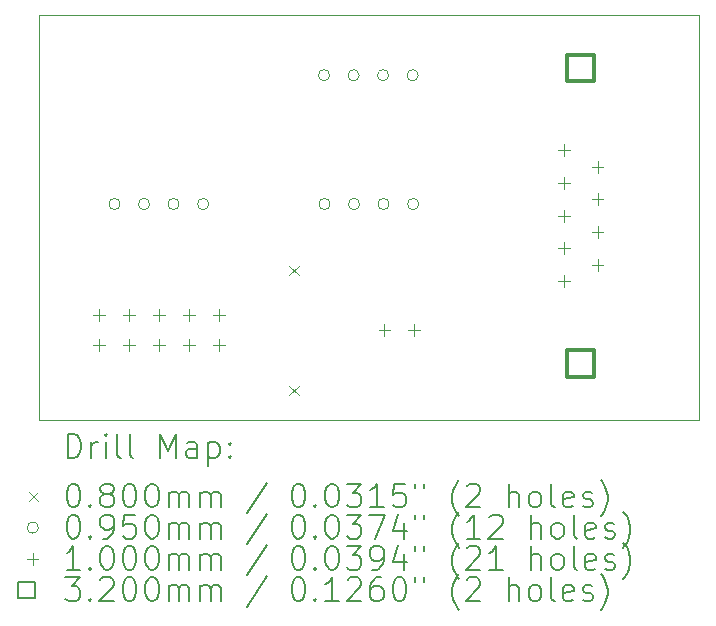
<source format=gbr>
%TF.GenerationSoftware,KiCad,Pcbnew,7.0.1*%
%TF.CreationDate,2023-03-23T13:10:33+01:00*%
%TF.ProjectId,BMS_Ctrl_DE-9_Adaptor,424d535f-4374-4726-9c5f-44452d395f41,rev?*%
%TF.SameCoordinates,Original*%
%TF.FileFunction,Drillmap*%
%TF.FilePolarity,Positive*%
%FSLAX45Y45*%
G04 Gerber Fmt 4.5, Leading zero omitted, Abs format (unit mm)*
G04 Created by KiCad (PCBNEW 7.0.1) date 2023-03-23 13:10:33*
%MOMM*%
%LPD*%
G01*
G04 APERTURE LIST*
%ADD10C,0.100000*%
%ADD11C,0.200000*%
%ADD12C,0.080000*%
%ADD13C,0.095000*%
%ADD14C,0.320000*%
G04 APERTURE END LIST*
D10*
X11049000Y-6858000D02*
X16637000Y-6858000D01*
X16637000Y-10287000D01*
X11049000Y-10287000D01*
X11049000Y-6858000D01*
D11*
D12*
X13168000Y-8977000D02*
X13248000Y-9057000D01*
X13248000Y-8977000D02*
X13168000Y-9057000D01*
X13168000Y-9993000D02*
X13248000Y-10073000D01*
X13248000Y-9993000D02*
X13168000Y-10073000D01*
D13*
X11735500Y-8456500D02*
G75*
G03*
X11735500Y-8456500I-47500J0D01*
G01*
X11985500Y-8456500D02*
G75*
G03*
X11985500Y-8456500I-47500J0D01*
G01*
X12235500Y-8456500D02*
G75*
G03*
X12235500Y-8456500I-47500J0D01*
G01*
X12485500Y-8456500D02*
G75*
G03*
X12485500Y-8456500I-47500J0D01*
G01*
X13509500Y-7366000D02*
G75*
G03*
X13509500Y-7366000I-47500J0D01*
G01*
X13513500Y-8456500D02*
G75*
G03*
X13513500Y-8456500I-47500J0D01*
G01*
X13759500Y-7366000D02*
G75*
G03*
X13759500Y-7366000I-47500J0D01*
G01*
X13763500Y-8456500D02*
G75*
G03*
X13763500Y-8456500I-47500J0D01*
G01*
X14009500Y-7366000D02*
G75*
G03*
X14009500Y-7366000I-47500J0D01*
G01*
X14013500Y-8456500D02*
G75*
G03*
X14013500Y-8456500I-47500J0D01*
G01*
X14259500Y-7366000D02*
G75*
G03*
X14259500Y-7366000I-47500J0D01*
G01*
X14263500Y-8456500D02*
G75*
G03*
X14263500Y-8456500I-47500J0D01*
G01*
D10*
X11557000Y-9348000D02*
X11557000Y-9448000D01*
X11507000Y-9398000D02*
X11607000Y-9398000D01*
X11557000Y-9602000D02*
X11557000Y-9702000D01*
X11507000Y-9652000D02*
X11607000Y-9652000D01*
X11811000Y-9348000D02*
X11811000Y-9448000D01*
X11761000Y-9398000D02*
X11861000Y-9398000D01*
X11811000Y-9602000D02*
X11811000Y-9702000D01*
X11761000Y-9652000D02*
X11861000Y-9652000D01*
X12065000Y-9348000D02*
X12065000Y-9448000D01*
X12015000Y-9398000D02*
X12115000Y-9398000D01*
X12065000Y-9602000D02*
X12065000Y-9702000D01*
X12015000Y-9652000D02*
X12115000Y-9652000D01*
X12319000Y-9348000D02*
X12319000Y-9448000D01*
X12269000Y-9398000D02*
X12369000Y-9398000D01*
X12319000Y-9602000D02*
X12319000Y-9702000D01*
X12269000Y-9652000D02*
X12369000Y-9652000D01*
X12573000Y-9348000D02*
X12573000Y-9448000D01*
X12523000Y-9398000D02*
X12623000Y-9398000D01*
X12573000Y-9602000D02*
X12573000Y-9702000D01*
X12523000Y-9652000D02*
X12623000Y-9652000D01*
X13974000Y-9475000D02*
X13974000Y-9575000D01*
X13924000Y-9525000D02*
X14024000Y-9525000D01*
X14224000Y-9475000D02*
X14224000Y-9575000D01*
X14174000Y-9525000D02*
X14274000Y-9525000D01*
X15494000Y-7951000D02*
X15494000Y-8051000D01*
X15444000Y-8001000D02*
X15544000Y-8001000D01*
X15494000Y-8228000D02*
X15494000Y-8328000D01*
X15444000Y-8278000D02*
X15544000Y-8278000D01*
X15494000Y-8505000D02*
X15494000Y-8605000D01*
X15444000Y-8555000D02*
X15544000Y-8555000D01*
X15494000Y-8782000D02*
X15494000Y-8882000D01*
X15444000Y-8832000D02*
X15544000Y-8832000D01*
X15494000Y-9059000D02*
X15494000Y-9159000D01*
X15444000Y-9109000D02*
X15544000Y-9109000D01*
X15778000Y-8089500D02*
X15778000Y-8189500D01*
X15728000Y-8139500D02*
X15828000Y-8139500D01*
X15778000Y-8366500D02*
X15778000Y-8466500D01*
X15728000Y-8416500D02*
X15828000Y-8416500D01*
X15778000Y-8643500D02*
X15778000Y-8743500D01*
X15728000Y-8693500D02*
X15828000Y-8693500D01*
X15778000Y-8920500D02*
X15778000Y-9020500D01*
X15728000Y-8970500D02*
X15828000Y-8970500D01*
D14*
X15749138Y-7418138D02*
X15749138Y-7191862D01*
X15522862Y-7191862D01*
X15522862Y-7418138D01*
X15749138Y-7418138D01*
X15749138Y-9918138D02*
X15749138Y-9691862D01*
X15522862Y-9691862D01*
X15522862Y-9918138D01*
X15749138Y-9918138D01*
D11*
X11291619Y-10604524D02*
X11291619Y-10404524D01*
X11291619Y-10404524D02*
X11339238Y-10404524D01*
X11339238Y-10404524D02*
X11367809Y-10414048D01*
X11367809Y-10414048D02*
X11386857Y-10433095D01*
X11386857Y-10433095D02*
X11396381Y-10452143D01*
X11396381Y-10452143D02*
X11405905Y-10490238D01*
X11405905Y-10490238D02*
X11405905Y-10518810D01*
X11405905Y-10518810D02*
X11396381Y-10556905D01*
X11396381Y-10556905D02*
X11386857Y-10575952D01*
X11386857Y-10575952D02*
X11367809Y-10595000D01*
X11367809Y-10595000D02*
X11339238Y-10604524D01*
X11339238Y-10604524D02*
X11291619Y-10604524D01*
X11491619Y-10604524D02*
X11491619Y-10471190D01*
X11491619Y-10509286D02*
X11501143Y-10490238D01*
X11501143Y-10490238D02*
X11510667Y-10480714D01*
X11510667Y-10480714D02*
X11529714Y-10471190D01*
X11529714Y-10471190D02*
X11548762Y-10471190D01*
X11615428Y-10604524D02*
X11615428Y-10471190D01*
X11615428Y-10404524D02*
X11605905Y-10414048D01*
X11605905Y-10414048D02*
X11615428Y-10423571D01*
X11615428Y-10423571D02*
X11624952Y-10414048D01*
X11624952Y-10414048D02*
X11615428Y-10404524D01*
X11615428Y-10404524D02*
X11615428Y-10423571D01*
X11739238Y-10604524D02*
X11720190Y-10595000D01*
X11720190Y-10595000D02*
X11710667Y-10575952D01*
X11710667Y-10575952D02*
X11710667Y-10404524D01*
X11844000Y-10604524D02*
X11824952Y-10595000D01*
X11824952Y-10595000D02*
X11815428Y-10575952D01*
X11815428Y-10575952D02*
X11815428Y-10404524D01*
X12072571Y-10604524D02*
X12072571Y-10404524D01*
X12072571Y-10404524D02*
X12139238Y-10547381D01*
X12139238Y-10547381D02*
X12205905Y-10404524D01*
X12205905Y-10404524D02*
X12205905Y-10604524D01*
X12386857Y-10604524D02*
X12386857Y-10499762D01*
X12386857Y-10499762D02*
X12377333Y-10480714D01*
X12377333Y-10480714D02*
X12358286Y-10471190D01*
X12358286Y-10471190D02*
X12320190Y-10471190D01*
X12320190Y-10471190D02*
X12301143Y-10480714D01*
X12386857Y-10595000D02*
X12367809Y-10604524D01*
X12367809Y-10604524D02*
X12320190Y-10604524D01*
X12320190Y-10604524D02*
X12301143Y-10595000D01*
X12301143Y-10595000D02*
X12291619Y-10575952D01*
X12291619Y-10575952D02*
X12291619Y-10556905D01*
X12291619Y-10556905D02*
X12301143Y-10537857D01*
X12301143Y-10537857D02*
X12320190Y-10528333D01*
X12320190Y-10528333D02*
X12367809Y-10528333D01*
X12367809Y-10528333D02*
X12386857Y-10518810D01*
X12482095Y-10471190D02*
X12482095Y-10671190D01*
X12482095Y-10480714D02*
X12501143Y-10471190D01*
X12501143Y-10471190D02*
X12539238Y-10471190D01*
X12539238Y-10471190D02*
X12558286Y-10480714D01*
X12558286Y-10480714D02*
X12567809Y-10490238D01*
X12567809Y-10490238D02*
X12577333Y-10509286D01*
X12577333Y-10509286D02*
X12577333Y-10566429D01*
X12577333Y-10566429D02*
X12567809Y-10585476D01*
X12567809Y-10585476D02*
X12558286Y-10595000D01*
X12558286Y-10595000D02*
X12539238Y-10604524D01*
X12539238Y-10604524D02*
X12501143Y-10604524D01*
X12501143Y-10604524D02*
X12482095Y-10595000D01*
X12663048Y-10585476D02*
X12672571Y-10595000D01*
X12672571Y-10595000D02*
X12663048Y-10604524D01*
X12663048Y-10604524D02*
X12653524Y-10595000D01*
X12653524Y-10595000D02*
X12663048Y-10585476D01*
X12663048Y-10585476D02*
X12663048Y-10604524D01*
X12663048Y-10480714D02*
X12672571Y-10490238D01*
X12672571Y-10490238D02*
X12663048Y-10499762D01*
X12663048Y-10499762D02*
X12653524Y-10490238D01*
X12653524Y-10490238D02*
X12663048Y-10480714D01*
X12663048Y-10480714D02*
X12663048Y-10499762D01*
D12*
X10964000Y-10892000D02*
X11044000Y-10972000D01*
X11044000Y-10892000D02*
X10964000Y-10972000D01*
D11*
X11329714Y-10824524D02*
X11348762Y-10824524D01*
X11348762Y-10824524D02*
X11367809Y-10834048D01*
X11367809Y-10834048D02*
X11377333Y-10843571D01*
X11377333Y-10843571D02*
X11386857Y-10862619D01*
X11386857Y-10862619D02*
X11396381Y-10900714D01*
X11396381Y-10900714D02*
X11396381Y-10948333D01*
X11396381Y-10948333D02*
X11386857Y-10986429D01*
X11386857Y-10986429D02*
X11377333Y-11005476D01*
X11377333Y-11005476D02*
X11367809Y-11015000D01*
X11367809Y-11015000D02*
X11348762Y-11024524D01*
X11348762Y-11024524D02*
X11329714Y-11024524D01*
X11329714Y-11024524D02*
X11310667Y-11015000D01*
X11310667Y-11015000D02*
X11301143Y-11005476D01*
X11301143Y-11005476D02*
X11291619Y-10986429D01*
X11291619Y-10986429D02*
X11282095Y-10948333D01*
X11282095Y-10948333D02*
X11282095Y-10900714D01*
X11282095Y-10900714D02*
X11291619Y-10862619D01*
X11291619Y-10862619D02*
X11301143Y-10843571D01*
X11301143Y-10843571D02*
X11310667Y-10834048D01*
X11310667Y-10834048D02*
X11329714Y-10824524D01*
X11482095Y-11005476D02*
X11491619Y-11015000D01*
X11491619Y-11015000D02*
X11482095Y-11024524D01*
X11482095Y-11024524D02*
X11472571Y-11015000D01*
X11472571Y-11015000D02*
X11482095Y-11005476D01*
X11482095Y-11005476D02*
X11482095Y-11024524D01*
X11605905Y-10910238D02*
X11586857Y-10900714D01*
X11586857Y-10900714D02*
X11577333Y-10891190D01*
X11577333Y-10891190D02*
X11567809Y-10872143D01*
X11567809Y-10872143D02*
X11567809Y-10862619D01*
X11567809Y-10862619D02*
X11577333Y-10843571D01*
X11577333Y-10843571D02*
X11586857Y-10834048D01*
X11586857Y-10834048D02*
X11605905Y-10824524D01*
X11605905Y-10824524D02*
X11644000Y-10824524D01*
X11644000Y-10824524D02*
X11663048Y-10834048D01*
X11663048Y-10834048D02*
X11672571Y-10843571D01*
X11672571Y-10843571D02*
X11682095Y-10862619D01*
X11682095Y-10862619D02*
X11682095Y-10872143D01*
X11682095Y-10872143D02*
X11672571Y-10891190D01*
X11672571Y-10891190D02*
X11663048Y-10900714D01*
X11663048Y-10900714D02*
X11644000Y-10910238D01*
X11644000Y-10910238D02*
X11605905Y-10910238D01*
X11605905Y-10910238D02*
X11586857Y-10919762D01*
X11586857Y-10919762D02*
X11577333Y-10929286D01*
X11577333Y-10929286D02*
X11567809Y-10948333D01*
X11567809Y-10948333D02*
X11567809Y-10986429D01*
X11567809Y-10986429D02*
X11577333Y-11005476D01*
X11577333Y-11005476D02*
X11586857Y-11015000D01*
X11586857Y-11015000D02*
X11605905Y-11024524D01*
X11605905Y-11024524D02*
X11644000Y-11024524D01*
X11644000Y-11024524D02*
X11663048Y-11015000D01*
X11663048Y-11015000D02*
X11672571Y-11005476D01*
X11672571Y-11005476D02*
X11682095Y-10986429D01*
X11682095Y-10986429D02*
X11682095Y-10948333D01*
X11682095Y-10948333D02*
X11672571Y-10929286D01*
X11672571Y-10929286D02*
X11663048Y-10919762D01*
X11663048Y-10919762D02*
X11644000Y-10910238D01*
X11805905Y-10824524D02*
X11824952Y-10824524D01*
X11824952Y-10824524D02*
X11844000Y-10834048D01*
X11844000Y-10834048D02*
X11853524Y-10843571D01*
X11853524Y-10843571D02*
X11863048Y-10862619D01*
X11863048Y-10862619D02*
X11872571Y-10900714D01*
X11872571Y-10900714D02*
X11872571Y-10948333D01*
X11872571Y-10948333D02*
X11863048Y-10986429D01*
X11863048Y-10986429D02*
X11853524Y-11005476D01*
X11853524Y-11005476D02*
X11844000Y-11015000D01*
X11844000Y-11015000D02*
X11824952Y-11024524D01*
X11824952Y-11024524D02*
X11805905Y-11024524D01*
X11805905Y-11024524D02*
X11786857Y-11015000D01*
X11786857Y-11015000D02*
X11777333Y-11005476D01*
X11777333Y-11005476D02*
X11767809Y-10986429D01*
X11767809Y-10986429D02*
X11758286Y-10948333D01*
X11758286Y-10948333D02*
X11758286Y-10900714D01*
X11758286Y-10900714D02*
X11767809Y-10862619D01*
X11767809Y-10862619D02*
X11777333Y-10843571D01*
X11777333Y-10843571D02*
X11786857Y-10834048D01*
X11786857Y-10834048D02*
X11805905Y-10824524D01*
X11996381Y-10824524D02*
X12015429Y-10824524D01*
X12015429Y-10824524D02*
X12034476Y-10834048D01*
X12034476Y-10834048D02*
X12044000Y-10843571D01*
X12044000Y-10843571D02*
X12053524Y-10862619D01*
X12053524Y-10862619D02*
X12063048Y-10900714D01*
X12063048Y-10900714D02*
X12063048Y-10948333D01*
X12063048Y-10948333D02*
X12053524Y-10986429D01*
X12053524Y-10986429D02*
X12044000Y-11005476D01*
X12044000Y-11005476D02*
X12034476Y-11015000D01*
X12034476Y-11015000D02*
X12015429Y-11024524D01*
X12015429Y-11024524D02*
X11996381Y-11024524D01*
X11996381Y-11024524D02*
X11977333Y-11015000D01*
X11977333Y-11015000D02*
X11967809Y-11005476D01*
X11967809Y-11005476D02*
X11958286Y-10986429D01*
X11958286Y-10986429D02*
X11948762Y-10948333D01*
X11948762Y-10948333D02*
X11948762Y-10900714D01*
X11948762Y-10900714D02*
X11958286Y-10862619D01*
X11958286Y-10862619D02*
X11967809Y-10843571D01*
X11967809Y-10843571D02*
X11977333Y-10834048D01*
X11977333Y-10834048D02*
X11996381Y-10824524D01*
X12148762Y-11024524D02*
X12148762Y-10891190D01*
X12148762Y-10910238D02*
X12158286Y-10900714D01*
X12158286Y-10900714D02*
X12177333Y-10891190D01*
X12177333Y-10891190D02*
X12205905Y-10891190D01*
X12205905Y-10891190D02*
X12224952Y-10900714D01*
X12224952Y-10900714D02*
X12234476Y-10919762D01*
X12234476Y-10919762D02*
X12234476Y-11024524D01*
X12234476Y-10919762D02*
X12244000Y-10900714D01*
X12244000Y-10900714D02*
X12263048Y-10891190D01*
X12263048Y-10891190D02*
X12291619Y-10891190D01*
X12291619Y-10891190D02*
X12310667Y-10900714D01*
X12310667Y-10900714D02*
X12320190Y-10919762D01*
X12320190Y-10919762D02*
X12320190Y-11024524D01*
X12415429Y-11024524D02*
X12415429Y-10891190D01*
X12415429Y-10910238D02*
X12424952Y-10900714D01*
X12424952Y-10900714D02*
X12444000Y-10891190D01*
X12444000Y-10891190D02*
X12472571Y-10891190D01*
X12472571Y-10891190D02*
X12491619Y-10900714D01*
X12491619Y-10900714D02*
X12501143Y-10919762D01*
X12501143Y-10919762D02*
X12501143Y-11024524D01*
X12501143Y-10919762D02*
X12510667Y-10900714D01*
X12510667Y-10900714D02*
X12529714Y-10891190D01*
X12529714Y-10891190D02*
X12558286Y-10891190D01*
X12558286Y-10891190D02*
X12577333Y-10900714D01*
X12577333Y-10900714D02*
X12586857Y-10919762D01*
X12586857Y-10919762D02*
X12586857Y-11024524D01*
X12977333Y-10815000D02*
X12805905Y-11072143D01*
X13234476Y-10824524D02*
X13253524Y-10824524D01*
X13253524Y-10824524D02*
X13272572Y-10834048D01*
X13272572Y-10834048D02*
X13282095Y-10843571D01*
X13282095Y-10843571D02*
X13291619Y-10862619D01*
X13291619Y-10862619D02*
X13301143Y-10900714D01*
X13301143Y-10900714D02*
X13301143Y-10948333D01*
X13301143Y-10948333D02*
X13291619Y-10986429D01*
X13291619Y-10986429D02*
X13282095Y-11005476D01*
X13282095Y-11005476D02*
X13272572Y-11015000D01*
X13272572Y-11015000D02*
X13253524Y-11024524D01*
X13253524Y-11024524D02*
X13234476Y-11024524D01*
X13234476Y-11024524D02*
X13215429Y-11015000D01*
X13215429Y-11015000D02*
X13205905Y-11005476D01*
X13205905Y-11005476D02*
X13196381Y-10986429D01*
X13196381Y-10986429D02*
X13186857Y-10948333D01*
X13186857Y-10948333D02*
X13186857Y-10900714D01*
X13186857Y-10900714D02*
X13196381Y-10862619D01*
X13196381Y-10862619D02*
X13205905Y-10843571D01*
X13205905Y-10843571D02*
X13215429Y-10834048D01*
X13215429Y-10834048D02*
X13234476Y-10824524D01*
X13386857Y-11005476D02*
X13396381Y-11015000D01*
X13396381Y-11015000D02*
X13386857Y-11024524D01*
X13386857Y-11024524D02*
X13377333Y-11015000D01*
X13377333Y-11015000D02*
X13386857Y-11005476D01*
X13386857Y-11005476D02*
X13386857Y-11024524D01*
X13520191Y-10824524D02*
X13539238Y-10824524D01*
X13539238Y-10824524D02*
X13558286Y-10834048D01*
X13558286Y-10834048D02*
X13567810Y-10843571D01*
X13567810Y-10843571D02*
X13577333Y-10862619D01*
X13577333Y-10862619D02*
X13586857Y-10900714D01*
X13586857Y-10900714D02*
X13586857Y-10948333D01*
X13586857Y-10948333D02*
X13577333Y-10986429D01*
X13577333Y-10986429D02*
X13567810Y-11005476D01*
X13567810Y-11005476D02*
X13558286Y-11015000D01*
X13558286Y-11015000D02*
X13539238Y-11024524D01*
X13539238Y-11024524D02*
X13520191Y-11024524D01*
X13520191Y-11024524D02*
X13501143Y-11015000D01*
X13501143Y-11015000D02*
X13491619Y-11005476D01*
X13491619Y-11005476D02*
X13482095Y-10986429D01*
X13482095Y-10986429D02*
X13472572Y-10948333D01*
X13472572Y-10948333D02*
X13472572Y-10900714D01*
X13472572Y-10900714D02*
X13482095Y-10862619D01*
X13482095Y-10862619D02*
X13491619Y-10843571D01*
X13491619Y-10843571D02*
X13501143Y-10834048D01*
X13501143Y-10834048D02*
X13520191Y-10824524D01*
X13653524Y-10824524D02*
X13777333Y-10824524D01*
X13777333Y-10824524D02*
X13710667Y-10900714D01*
X13710667Y-10900714D02*
X13739238Y-10900714D01*
X13739238Y-10900714D02*
X13758286Y-10910238D01*
X13758286Y-10910238D02*
X13767810Y-10919762D01*
X13767810Y-10919762D02*
X13777333Y-10938810D01*
X13777333Y-10938810D02*
X13777333Y-10986429D01*
X13777333Y-10986429D02*
X13767810Y-11005476D01*
X13767810Y-11005476D02*
X13758286Y-11015000D01*
X13758286Y-11015000D02*
X13739238Y-11024524D01*
X13739238Y-11024524D02*
X13682095Y-11024524D01*
X13682095Y-11024524D02*
X13663048Y-11015000D01*
X13663048Y-11015000D02*
X13653524Y-11005476D01*
X13967810Y-11024524D02*
X13853524Y-11024524D01*
X13910667Y-11024524D02*
X13910667Y-10824524D01*
X13910667Y-10824524D02*
X13891619Y-10853095D01*
X13891619Y-10853095D02*
X13872572Y-10872143D01*
X13872572Y-10872143D02*
X13853524Y-10881667D01*
X14148762Y-10824524D02*
X14053524Y-10824524D01*
X14053524Y-10824524D02*
X14044000Y-10919762D01*
X14044000Y-10919762D02*
X14053524Y-10910238D01*
X14053524Y-10910238D02*
X14072572Y-10900714D01*
X14072572Y-10900714D02*
X14120191Y-10900714D01*
X14120191Y-10900714D02*
X14139238Y-10910238D01*
X14139238Y-10910238D02*
X14148762Y-10919762D01*
X14148762Y-10919762D02*
X14158286Y-10938810D01*
X14158286Y-10938810D02*
X14158286Y-10986429D01*
X14158286Y-10986429D02*
X14148762Y-11005476D01*
X14148762Y-11005476D02*
X14139238Y-11015000D01*
X14139238Y-11015000D02*
X14120191Y-11024524D01*
X14120191Y-11024524D02*
X14072572Y-11024524D01*
X14072572Y-11024524D02*
X14053524Y-11015000D01*
X14053524Y-11015000D02*
X14044000Y-11005476D01*
X14234476Y-10824524D02*
X14234476Y-10862619D01*
X14310667Y-10824524D02*
X14310667Y-10862619D01*
X14605905Y-11100714D02*
X14596381Y-11091190D01*
X14596381Y-11091190D02*
X14577334Y-11062619D01*
X14577334Y-11062619D02*
X14567810Y-11043571D01*
X14567810Y-11043571D02*
X14558286Y-11015000D01*
X14558286Y-11015000D02*
X14548762Y-10967381D01*
X14548762Y-10967381D02*
X14548762Y-10929286D01*
X14548762Y-10929286D02*
X14558286Y-10881667D01*
X14558286Y-10881667D02*
X14567810Y-10853095D01*
X14567810Y-10853095D02*
X14577334Y-10834048D01*
X14577334Y-10834048D02*
X14596381Y-10805476D01*
X14596381Y-10805476D02*
X14605905Y-10795952D01*
X14672572Y-10843571D02*
X14682095Y-10834048D01*
X14682095Y-10834048D02*
X14701143Y-10824524D01*
X14701143Y-10824524D02*
X14748762Y-10824524D01*
X14748762Y-10824524D02*
X14767810Y-10834048D01*
X14767810Y-10834048D02*
X14777334Y-10843571D01*
X14777334Y-10843571D02*
X14786857Y-10862619D01*
X14786857Y-10862619D02*
X14786857Y-10881667D01*
X14786857Y-10881667D02*
X14777334Y-10910238D01*
X14777334Y-10910238D02*
X14663048Y-11024524D01*
X14663048Y-11024524D02*
X14786857Y-11024524D01*
X15024953Y-11024524D02*
X15024953Y-10824524D01*
X15110667Y-11024524D02*
X15110667Y-10919762D01*
X15110667Y-10919762D02*
X15101143Y-10900714D01*
X15101143Y-10900714D02*
X15082096Y-10891190D01*
X15082096Y-10891190D02*
X15053524Y-10891190D01*
X15053524Y-10891190D02*
X15034476Y-10900714D01*
X15034476Y-10900714D02*
X15024953Y-10910238D01*
X15234476Y-11024524D02*
X15215429Y-11015000D01*
X15215429Y-11015000D02*
X15205905Y-11005476D01*
X15205905Y-11005476D02*
X15196381Y-10986429D01*
X15196381Y-10986429D02*
X15196381Y-10929286D01*
X15196381Y-10929286D02*
X15205905Y-10910238D01*
X15205905Y-10910238D02*
X15215429Y-10900714D01*
X15215429Y-10900714D02*
X15234476Y-10891190D01*
X15234476Y-10891190D02*
X15263048Y-10891190D01*
X15263048Y-10891190D02*
X15282096Y-10900714D01*
X15282096Y-10900714D02*
X15291619Y-10910238D01*
X15291619Y-10910238D02*
X15301143Y-10929286D01*
X15301143Y-10929286D02*
X15301143Y-10986429D01*
X15301143Y-10986429D02*
X15291619Y-11005476D01*
X15291619Y-11005476D02*
X15282096Y-11015000D01*
X15282096Y-11015000D02*
X15263048Y-11024524D01*
X15263048Y-11024524D02*
X15234476Y-11024524D01*
X15415429Y-11024524D02*
X15396381Y-11015000D01*
X15396381Y-11015000D02*
X15386857Y-10995952D01*
X15386857Y-10995952D02*
X15386857Y-10824524D01*
X15567810Y-11015000D02*
X15548762Y-11024524D01*
X15548762Y-11024524D02*
X15510667Y-11024524D01*
X15510667Y-11024524D02*
X15491619Y-11015000D01*
X15491619Y-11015000D02*
X15482096Y-10995952D01*
X15482096Y-10995952D02*
X15482096Y-10919762D01*
X15482096Y-10919762D02*
X15491619Y-10900714D01*
X15491619Y-10900714D02*
X15510667Y-10891190D01*
X15510667Y-10891190D02*
X15548762Y-10891190D01*
X15548762Y-10891190D02*
X15567810Y-10900714D01*
X15567810Y-10900714D02*
X15577334Y-10919762D01*
X15577334Y-10919762D02*
X15577334Y-10938810D01*
X15577334Y-10938810D02*
X15482096Y-10957857D01*
X15653524Y-11015000D02*
X15672572Y-11024524D01*
X15672572Y-11024524D02*
X15710667Y-11024524D01*
X15710667Y-11024524D02*
X15729715Y-11015000D01*
X15729715Y-11015000D02*
X15739238Y-10995952D01*
X15739238Y-10995952D02*
X15739238Y-10986429D01*
X15739238Y-10986429D02*
X15729715Y-10967381D01*
X15729715Y-10967381D02*
X15710667Y-10957857D01*
X15710667Y-10957857D02*
X15682096Y-10957857D01*
X15682096Y-10957857D02*
X15663048Y-10948333D01*
X15663048Y-10948333D02*
X15653524Y-10929286D01*
X15653524Y-10929286D02*
X15653524Y-10919762D01*
X15653524Y-10919762D02*
X15663048Y-10900714D01*
X15663048Y-10900714D02*
X15682096Y-10891190D01*
X15682096Y-10891190D02*
X15710667Y-10891190D01*
X15710667Y-10891190D02*
X15729715Y-10900714D01*
X15805905Y-11100714D02*
X15815429Y-11091190D01*
X15815429Y-11091190D02*
X15834477Y-11062619D01*
X15834477Y-11062619D02*
X15844000Y-11043571D01*
X15844000Y-11043571D02*
X15853524Y-11015000D01*
X15853524Y-11015000D02*
X15863048Y-10967381D01*
X15863048Y-10967381D02*
X15863048Y-10929286D01*
X15863048Y-10929286D02*
X15853524Y-10881667D01*
X15853524Y-10881667D02*
X15844000Y-10853095D01*
X15844000Y-10853095D02*
X15834477Y-10834048D01*
X15834477Y-10834048D02*
X15815429Y-10805476D01*
X15815429Y-10805476D02*
X15805905Y-10795952D01*
D13*
X11044000Y-11196000D02*
G75*
G03*
X11044000Y-11196000I-47500J0D01*
G01*
D11*
X11329714Y-11088524D02*
X11348762Y-11088524D01*
X11348762Y-11088524D02*
X11367809Y-11098048D01*
X11367809Y-11098048D02*
X11377333Y-11107571D01*
X11377333Y-11107571D02*
X11386857Y-11126619D01*
X11386857Y-11126619D02*
X11396381Y-11164714D01*
X11396381Y-11164714D02*
X11396381Y-11212333D01*
X11396381Y-11212333D02*
X11386857Y-11250428D01*
X11386857Y-11250428D02*
X11377333Y-11269476D01*
X11377333Y-11269476D02*
X11367809Y-11279000D01*
X11367809Y-11279000D02*
X11348762Y-11288524D01*
X11348762Y-11288524D02*
X11329714Y-11288524D01*
X11329714Y-11288524D02*
X11310667Y-11279000D01*
X11310667Y-11279000D02*
X11301143Y-11269476D01*
X11301143Y-11269476D02*
X11291619Y-11250428D01*
X11291619Y-11250428D02*
X11282095Y-11212333D01*
X11282095Y-11212333D02*
X11282095Y-11164714D01*
X11282095Y-11164714D02*
X11291619Y-11126619D01*
X11291619Y-11126619D02*
X11301143Y-11107571D01*
X11301143Y-11107571D02*
X11310667Y-11098048D01*
X11310667Y-11098048D02*
X11329714Y-11088524D01*
X11482095Y-11269476D02*
X11491619Y-11279000D01*
X11491619Y-11279000D02*
X11482095Y-11288524D01*
X11482095Y-11288524D02*
X11472571Y-11279000D01*
X11472571Y-11279000D02*
X11482095Y-11269476D01*
X11482095Y-11269476D02*
X11482095Y-11288524D01*
X11586857Y-11288524D02*
X11624952Y-11288524D01*
X11624952Y-11288524D02*
X11644000Y-11279000D01*
X11644000Y-11279000D02*
X11653524Y-11269476D01*
X11653524Y-11269476D02*
X11672571Y-11240905D01*
X11672571Y-11240905D02*
X11682095Y-11202809D01*
X11682095Y-11202809D02*
X11682095Y-11126619D01*
X11682095Y-11126619D02*
X11672571Y-11107571D01*
X11672571Y-11107571D02*
X11663048Y-11098048D01*
X11663048Y-11098048D02*
X11644000Y-11088524D01*
X11644000Y-11088524D02*
X11605905Y-11088524D01*
X11605905Y-11088524D02*
X11586857Y-11098048D01*
X11586857Y-11098048D02*
X11577333Y-11107571D01*
X11577333Y-11107571D02*
X11567809Y-11126619D01*
X11567809Y-11126619D02*
X11567809Y-11174238D01*
X11567809Y-11174238D02*
X11577333Y-11193286D01*
X11577333Y-11193286D02*
X11586857Y-11202809D01*
X11586857Y-11202809D02*
X11605905Y-11212333D01*
X11605905Y-11212333D02*
X11644000Y-11212333D01*
X11644000Y-11212333D02*
X11663048Y-11202809D01*
X11663048Y-11202809D02*
X11672571Y-11193286D01*
X11672571Y-11193286D02*
X11682095Y-11174238D01*
X11863048Y-11088524D02*
X11767809Y-11088524D01*
X11767809Y-11088524D02*
X11758286Y-11183762D01*
X11758286Y-11183762D02*
X11767809Y-11174238D01*
X11767809Y-11174238D02*
X11786857Y-11164714D01*
X11786857Y-11164714D02*
X11834476Y-11164714D01*
X11834476Y-11164714D02*
X11853524Y-11174238D01*
X11853524Y-11174238D02*
X11863048Y-11183762D01*
X11863048Y-11183762D02*
X11872571Y-11202809D01*
X11872571Y-11202809D02*
X11872571Y-11250428D01*
X11872571Y-11250428D02*
X11863048Y-11269476D01*
X11863048Y-11269476D02*
X11853524Y-11279000D01*
X11853524Y-11279000D02*
X11834476Y-11288524D01*
X11834476Y-11288524D02*
X11786857Y-11288524D01*
X11786857Y-11288524D02*
X11767809Y-11279000D01*
X11767809Y-11279000D02*
X11758286Y-11269476D01*
X11996381Y-11088524D02*
X12015429Y-11088524D01*
X12015429Y-11088524D02*
X12034476Y-11098048D01*
X12034476Y-11098048D02*
X12044000Y-11107571D01*
X12044000Y-11107571D02*
X12053524Y-11126619D01*
X12053524Y-11126619D02*
X12063048Y-11164714D01*
X12063048Y-11164714D02*
X12063048Y-11212333D01*
X12063048Y-11212333D02*
X12053524Y-11250428D01*
X12053524Y-11250428D02*
X12044000Y-11269476D01*
X12044000Y-11269476D02*
X12034476Y-11279000D01*
X12034476Y-11279000D02*
X12015429Y-11288524D01*
X12015429Y-11288524D02*
X11996381Y-11288524D01*
X11996381Y-11288524D02*
X11977333Y-11279000D01*
X11977333Y-11279000D02*
X11967809Y-11269476D01*
X11967809Y-11269476D02*
X11958286Y-11250428D01*
X11958286Y-11250428D02*
X11948762Y-11212333D01*
X11948762Y-11212333D02*
X11948762Y-11164714D01*
X11948762Y-11164714D02*
X11958286Y-11126619D01*
X11958286Y-11126619D02*
X11967809Y-11107571D01*
X11967809Y-11107571D02*
X11977333Y-11098048D01*
X11977333Y-11098048D02*
X11996381Y-11088524D01*
X12148762Y-11288524D02*
X12148762Y-11155190D01*
X12148762Y-11174238D02*
X12158286Y-11164714D01*
X12158286Y-11164714D02*
X12177333Y-11155190D01*
X12177333Y-11155190D02*
X12205905Y-11155190D01*
X12205905Y-11155190D02*
X12224952Y-11164714D01*
X12224952Y-11164714D02*
X12234476Y-11183762D01*
X12234476Y-11183762D02*
X12234476Y-11288524D01*
X12234476Y-11183762D02*
X12244000Y-11164714D01*
X12244000Y-11164714D02*
X12263048Y-11155190D01*
X12263048Y-11155190D02*
X12291619Y-11155190D01*
X12291619Y-11155190D02*
X12310667Y-11164714D01*
X12310667Y-11164714D02*
X12320190Y-11183762D01*
X12320190Y-11183762D02*
X12320190Y-11288524D01*
X12415429Y-11288524D02*
X12415429Y-11155190D01*
X12415429Y-11174238D02*
X12424952Y-11164714D01*
X12424952Y-11164714D02*
X12444000Y-11155190D01*
X12444000Y-11155190D02*
X12472571Y-11155190D01*
X12472571Y-11155190D02*
X12491619Y-11164714D01*
X12491619Y-11164714D02*
X12501143Y-11183762D01*
X12501143Y-11183762D02*
X12501143Y-11288524D01*
X12501143Y-11183762D02*
X12510667Y-11164714D01*
X12510667Y-11164714D02*
X12529714Y-11155190D01*
X12529714Y-11155190D02*
X12558286Y-11155190D01*
X12558286Y-11155190D02*
X12577333Y-11164714D01*
X12577333Y-11164714D02*
X12586857Y-11183762D01*
X12586857Y-11183762D02*
X12586857Y-11288524D01*
X12977333Y-11079000D02*
X12805905Y-11336143D01*
X13234476Y-11088524D02*
X13253524Y-11088524D01*
X13253524Y-11088524D02*
X13272572Y-11098048D01*
X13272572Y-11098048D02*
X13282095Y-11107571D01*
X13282095Y-11107571D02*
X13291619Y-11126619D01*
X13291619Y-11126619D02*
X13301143Y-11164714D01*
X13301143Y-11164714D02*
X13301143Y-11212333D01*
X13301143Y-11212333D02*
X13291619Y-11250428D01*
X13291619Y-11250428D02*
X13282095Y-11269476D01*
X13282095Y-11269476D02*
X13272572Y-11279000D01*
X13272572Y-11279000D02*
X13253524Y-11288524D01*
X13253524Y-11288524D02*
X13234476Y-11288524D01*
X13234476Y-11288524D02*
X13215429Y-11279000D01*
X13215429Y-11279000D02*
X13205905Y-11269476D01*
X13205905Y-11269476D02*
X13196381Y-11250428D01*
X13196381Y-11250428D02*
X13186857Y-11212333D01*
X13186857Y-11212333D02*
X13186857Y-11164714D01*
X13186857Y-11164714D02*
X13196381Y-11126619D01*
X13196381Y-11126619D02*
X13205905Y-11107571D01*
X13205905Y-11107571D02*
X13215429Y-11098048D01*
X13215429Y-11098048D02*
X13234476Y-11088524D01*
X13386857Y-11269476D02*
X13396381Y-11279000D01*
X13396381Y-11279000D02*
X13386857Y-11288524D01*
X13386857Y-11288524D02*
X13377333Y-11279000D01*
X13377333Y-11279000D02*
X13386857Y-11269476D01*
X13386857Y-11269476D02*
X13386857Y-11288524D01*
X13520191Y-11088524D02*
X13539238Y-11088524D01*
X13539238Y-11088524D02*
X13558286Y-11098048D01*
X13558286Y-11098048D02*
X13567810Y-11107571D01*
X13567810Y-11107571D02*
X13577333Y-11126619D01*
X13577333Y-11126619D02*
X13586857Y-11164714D01*
X13586857Y-11164714D02*
X13586857Y-11212333D01*
X13586857Y-11212333D02*
X13577333Y-11250428D01*
X13577333Y-11250428D02*
X13567810Y-11269476D01*
X13567810Y-11269476D02*
X13558286Y-11279000D01*
X13558286Y-11279000D02*
X13539238Y-11288524D01*
X13539238Y-11288524D02*
X13520191Y-11288524D01*
X13520191Y-11288524D02*
X13501143Y-11279000D01*
X13501143Y-11279000D02*
X13491619Y-11269476D01*
X13491619Y-11269476D02*
X13482095Y-11250428D01*
X13482095Y-11250428D02*
X13472572Y-11212333D01*
X13472572Y-11212333D02*
X13472572Y-11164714D01*
X13472572Y-11164714D02*
X13482095Y-11126619D01*
X13482095Y-11126619D02*
X13491619Y-11107571D01*
X13491619Y-11107571D02*
X13501143Y-11098048D01*
X13501143Y-11098048D02*
X13520191Y-11088524D01*
X13653524Y-11088524D02*
X13777333Y-11088524D01*
X13777333Y-11088524D02*
X13710667Y-11164714D01*
X13710667Y-11164714D02*
X13739238Y-11164714D01*
X13739238Y-11164714D02*
X13758286Y-11174238D01*
X13758286Y-11174238D02*
X13767810Y-11183762D01*
X13767810Y-11183762D02*
X13777333Y-11202809D01*
X13777333Y-11202809D02*
X13777333Y-11250428D01*
X13777333Y-11250428D02*
X13767810Y-11269476D01*
X13767810Y-11269476D02*
X13758286Y-11279000D01*
X13758286Y-11279000D02*
X13739238Y-11288524D01*
X13739238Y-11288524D02*
X13682095Y-11288524D01*
X13682095Y-11288524D02*
X13663048Y-11279000D01*
X13663048Y-11279000D02*
X13653524Y-11269476D01*
X13844000Y-11088524D02*
X13977333Y-11088524D01*
X13977333Y-11088524D02*
X13891619Y-11288524D01*
X14139238Y-11155190D02*
X14139238Y-11288524D01*
X14091619Y-11079000D02*
X14044000Y-11221857D01*
X14044000Y-11221857D02*
X14167810Y-11221857D01*
X14234476Y-11088524D02*
X14234476Y-11126619D01*
X14310667Y-11088524D02*
X14310667Y-11126619D01*
X14605905Y-11364714D02*
X14596381Y-11355190D01*
X14596381Y-11355190D02*
X14577334Y-11326619D01*
X14577334Y-11326619D02*
X14567810Y-11307571D01*
X14567810Y-11307571D02*
X14558286Y-11279000D01*
X14558286Y-11279000D02*
X14548762Y-11231381D01*
X14548762Y-11231381D02*
X14548762Y-11193286D01*
X14548762Y-11193286D02*
X14558286Y-11145667D01*
X14558286Y-11145667D02*
X14567810Y-11117095D01*
X14567810Y-11117095D02*
X14577334Y-11098048D01*
X14577334Y-11098048D02*
X14596381Y-11069476D01*
X14596381Y-11069476D02*
X14605905Y-11059952D01*
X14786857Y-11288524D02*
X14672572Y-11288524D01*
X14729714Y-11288524D02*
X14729714Y-11088524D01*
X14729714Y-11088524D02*
X14710667Y-11117095D01*
X14710667Y-11117095D02*
X14691619Y-11136143D01*
X14691619Y-11136143D02*
X14672572Y-11145667D01*
X14863048Y-11107571D02*
X14872572Y-11098048D01*
X14872572Y-11098048D02*
X14891619Y-11088524D01*
X14891619Y-11088524D02*
X14939238Y-11088524D01*
X14939238Y-11088524D02*
X14958286Y-11098048D01*
X14958286Y-11098048D02*
X14967810Y-11107571D01*
X14967810Y-11107571D02*
X14977334Y-11126619D01*
X14977334Y-11126619D02*
X14977334Y-11145667D01*
X14977334Y-11145667D02*
X14967810Y-11174238D01*
X14967810Y-11174238D02*
X14853524Y-11288524D01*
X14853524Y-11288524D02*
X14977334Y-11288524D01*
X15215429Y-11288524D02*
X15215429Y-11088524D01*
X15301143Y-11288524D02*
X15301143Y-11183762D01*
X15301143Y-11183762D02*
X15291619Y-11164714D01*
X15291619Y-11164714D02*
X15272572Y-11155190D01*
X15272572Y-11155190D02*
X15244000Y-11155190D01*
X15244000Y-11155190D02*
X15224953Y-11164714D01*
X15224953Y-11164714D02*
X15215429Y-11174238D01*
X15424953Y-11288524D02*
X15405905Y-11279000D01*
X15405905Y-11279000D02*
X15396381Y-11269476D01*
X15396381Y-11269476D02*
X15386857Y-11250428D01*
X15386857Y-11250428D02*
X15386857Y-11193286D01*
X15386857Y-11193286D02*
X15396381Y-11174238D01*
X15396381Y-11174238D02*
X15405905Y-11164714D01*
X15405905Y-11164714D02*
X15424953Y-11155190D01*
X15424953Y-11155190D02*
X15453524Y-11155190D01*
X15453524Y-11155190D02*
X15472572Y-11164714D01*
X15472572Y-11164714D02*
X15482096Y-11174238D01*
X15482096Y-11174238D02*
X15491619Y-11193286D01*
X15491619Y-11193286D02*
X15491619Y-11250428D01*
X15491619Y-11250428D02*
X15482096Y-11269476D01*
X15482096Y-11269476D02*
X15472572Y-11279000D01*
X15472572Y-11279000D02*
X15453524Y-11288524D01*
X15453524Y-11288524D02*
X15424953Y-11288524D01*
X15605905Y-11288524D02*
X15586857Y-11279000D01*
X15586857Y-11279000D02*
X15577334Y-11259952D01*
X15577334Y-11259952D02*
X15577334Y-11088524D01*
X15758286Y-11279000D02*
X15739238Y-11288524D01*
X15739238Y-11288524D02*
X15701143Y-11288524D01*
X15701143Y-11288524D02*
X15682096Y-11279000D01*
X15682096Y-11279000D02*
X15672572Y-11259952D01*
X15672572Y-11259952D02*
X15672572Y-11183762D01*
X15672572Y-11183762D02*
X15682096Y-11164714D01*
X15682096Y-11164714D02*
X15701143Y-11155190D01*
X15701143Y-11155190D02*
X15739238Y-11155190D01*
X15739238Y-11155190D02*
X15758286Y-11164714D01*
X15758286Y-11164714D02*
X15767810Y-11183762D01*
X15767810Y-11183762D02*
X15767810Y-11202809D01*
X15767810Y-11202809D02*
X15672572Y-11221857D01*
X15844000Y-11279000D02*
X15863048Y-11288524D01*
X15863048Y-11288524D02*
X15901143Y-11288524D01*
X15901143Y-11288524D02*
X15920191Y-11279000D01*
X15920191Y-11279000D02*
X15929715Y-11259952D01*
X15929715Y-11259952D02*
X15929715Y-11250428D01*
X15929715Y-11250428D02*
X15920191Y-11231381D01*
X15920191Y-11231381D02*
X15901143Y-11221857D01*
X15901143Y-11221857D02*
X15872572Y-11221857D01*
X15872572Y-11221857D02*
X15853524Y-11212333D01*
X15853524Y-11212333D02*
X15844000Y-11193286D01*
X15844000Y-11193286D02*
X15844000Y-11183762D01*
X15844000Y-11183762D02*
X15853524Y-11164714D01*
X15853524Y-11164714D02*
X15872572Y-11155190D01*
X15872572Y-11155190D02*
X15901143Y-11155190D01*
X15901143Y-11155190D02*
X15920191Y-11164714D01*
X15996381Y-11364714D02*
X16005905Y-11355190D01*
X16005905Y-11355190D02*
X16024953Y-11326619D01*
X16024953Y-11326619D02*
X16034477Y-11307571D01*
X16034477Y-11307571D02*
X16044000Y-11279000D01*
X16044000Y-11279000D02*
X16053524Y-11231381D01*
X16053524Y-11231381D02*
X16053524Y-11193286D01*
X16053524Y-11193286D02*
X16044000Y-11145667D01*
X16044000Y-11145667D02*
X16034477Y-11117095D01*
X16034477Y-11117095D02*
X16024953Y-11098048D01*
X16024953Y-11098048D02*
X16005905Y-11069476D01*
X16005905Y-11069476D02*
X15996381Y-11059952D01*
D10*
X10994000Y-11410000D02*
X10994000Y-11510000D01*
X10944000Y-11460000D02*
X11044000Y-11460000D01*
D11*
X11396381Y-11552524D02*
X11282095Y-11552524D01*
X11339238Y-11552524D02*
X11339238Y-11352524D01*
X11339238Y-11352524D02*
X11320190Y-11381095D01*
X11320190Y-11381095D02*
X11301143Y-11400143D01*
X11301143Y-11400143D02*
X11282095Y-11409667D01*
X11482095Y-11533476D02*
X11491619Y-11543000D01*
X11491619Y-11543000D02*
X11482095Y-11552524D01*
X11482095Y-11552524D02*
X11472571Y-11543000D01*
X11472571Y-11543000D02*
X11482095Y-11533476D01*
X11482095Y-11533476D02*
X11482095Y-11552524D01*
X11615428Y-11352524D02*
X11634476Y-11352524D01*
X11634476Y-11352524D02*
X11653524Y-11362048D01*
X11653524Y-11362048D02*
X11663048Y-11371571D01*
X11663048Y-11371571D02*
X11672571Y-11390619D01*
X11672571Y-11390619D02*
X11682095Y-11428714D01*
X11682095Y-11428714D02*
X11682095Y-11476333D01*
X11682095Y-11476333D02*
X11672571Y-11514428D01*
X11672571Y-11514428D02*
X11663048Y-11533476D01*
X11663048Y-11533476D02*
X11653524Y-11543000D01*
X11653524Y-11543000D02*
X11634476Y-11552524D01*
X11634476Y-11552524D02*
X11615428Y-11552524D01*
X11615428Y-11552524D02*
X11596381Y-11543000D01*
X11596381Y-11543000D02*
X11586857Y-11533476D01*
X11586857Y-11533476D02*
X11577333Y-11514428D01*
X11577333Y-11514428D02*
X11567809Y-11476333D01*
X11567809Y-11476333D02*
X11567809Y-11428714D01*
X11567809Y-11428714D02*
X11577333Y-11390619D01*
X11577333Y-11390619D02*
X11586857Y-11371571D01*
X11586857Y-11371571D02*
X11596381Y-11362048D01*
X11596381Y-11362048D02*
X11615428Y-11352524D01*
X11805905Y-11352524D02*
X11824952Y-11352524D01*
X11824952Y-11352524D02*
X11844000Y-11362048D01*
X11844000Y-11362048D02*
X11853524Y-11371571D01*
X11853524Y-11371571D02*
X11863048Y-11390619D01*
X11863048Y-11390619D02*
X11872571Y-11428714D01*
X11872571Y-11428714D02*
X11872571Y-11476333D01*
X11872571Y-11476333D02*
X11863048Y-11514428D01*
X11863048Y-11514428D02*
X11853524Y-11533476D01*
X11853524Y-11533476D02*
X11844000Y-11543000D01*
X11844000Y-11543000D02*
X11824952Y-11552524D01*
X11824952Y-11552524D02*
X11805905Y-11552524D01*
X11805905Y-11552524D02*
X11786857Y-11543000D01*
X11786857Y-11543000D02*
X11777333Y-11533476D01*
X11777333Y-11533476D02*
X11767809Y-11514428D01*
X11767809Y-11514428D02*
X11758286Y-11476333D01*
X11758286Y-11476333D02*
X11758286Y-11428714D01*
X11758286Y-11428714D02*
X11767809Y-11390619D01*
X11767809Y-11390619D02*
X11777333Y-11371571D01*
X11777333Y-11371571D02*
X11786857Y-11362048D01*
X11786857Y-11362048D02*
X11805905Y-11352524D01*
X11996381Y-11352524D02*
X12015429Y-11352524D01*
X12015429Y-11352524D02*
X12034476Y-11362048D01*
X12034476Y-11362048D02*
X12044000Y-11371571D01*
X12044000Y-11371571D02*
X12053524Y-11390619D01*
X12053524Y-11390619D02*
X12063048Y-11428714D01*
X12063048Y-11428714D02*
X12063048Y-11476333D01*
X12063048Y-11476333D02*
X12053524Y-11514428D01*
X12053524Y-11514428D02*
X12044000Y-11533476D01*
X12044000Y-11533476D02*
X12034476Y-11543000D01*
X12034476Y-11543000D02*
X12015429Y-11552524D01*
X12015429Y-11552524D02*
X11996381Y-11552524D01*
X11996381Y-11552524D02*
X11977333Y-11543000D01*
X11977333Y-11543000D02*
X11967809Y-11533476D01*
X11967809Y-11533476D02*
X11958286Y-11514428D01*
X11958286Y-11514428D02*
X11948762Y-11476333D01*
X11948762Y-11476333D02*
X11948762Y-11428714D01*
X11948762Y-11428714D02*
X11958286Y-11390619D01*
X11958286Y-11390619D02*
X11967809Y-11371571D01*
X11967809Y-11371571D02*
X11977333Y-11362048D01*
X11977333Y-11362048D02*
X11996381Y-11352524D01*
X12148762Y-11552524D02*
X12148762Y-11419190D01*
X12148762Y-11438238D02*
X12158286Y-11428714D01*
X12158286Y-11428714D02*
X12177333Y-11419190D01*
X12177333Y-11419190D02*
X12205905Y-11419190D01*
X12205905Y-11419190D02*
X12224952Y-11428714D01*
X12224952Y-11428714D02*
X12234476Y-11447762D01*
X12234476Y-11447762D02*
X12234476Y-11552524D01*
X12234476Y-11447762D02*
X12244000Y-11428714D01*
X12244000Y-11428714D02*
X12263048Y-11419190D01*
X12263048Y-11419190D02*
X12291619Y-11419190D01*
X12291619Y-11419190D02*
X12310667Y-11428714D01*
X12310667Y-11428714D02*
X12320190Y-11447762D01*
X12320190Y-11447762D02*
X12320190Y-11552524D01*
X12415429Y-11552524D02*
X12415429Y-11419190D01*
X12415429Y-11438238D02*
X12424952Y-11428714D01*
X12424952Y-11428714D02*
X12444000Y-11419190D01*
X12444000Y-11419190D02*
X12472571Y-11419190D01*
X12472571Y-11419190D02*
X12491619Y-11428714D01*
X12491619Y-11428714D02*
X12501143Y-11447762D01*
X12501143Y-11447762D02*
X12501143Y-11552524D01*
X12501143Y-11447762D02*
X12510667Y-11428714D01*
X12510667Y-11428714D02*
X12529714Y-11419190D01*
X12529714Y-11419190D02*
X12558286Y-11419190D01*
X12558286Y-11419190D02*
X12577333Y-11428714D01*
X12577333Y-11428714D02*
X12586857Y-11447762D01*
X12586857Y-11447762D02*
X12586857Y-11552524D01*
X12977333Y-11343000D02*
X12805905Y-11600143D01*
X13234476Y-11352524D02*
X13253524Y-11352524D01*
X13253524Y-11352524D02*
X13272572Y-11362048D01*
X13272572Y-11362048D02*
X13282095Y-11371571D01*
X13282095Y-11371571D02*
X13291619Y-11390619D01*
X13291619Y-11390619D02*
X13301143Y-11428714D01*
X13301143Y-11428714D02*
X13301143Y-11476333D01*
X13301143Y-11476333D02*
X13291619Y-11514428D01*
X13291619Y-11514428D02*
X13282095Y-11533476D01*
X13282095Y-11533476D02*
X13272572Y-11543000D01*
X13272572Y-11543000D02*
X13253524Y-11552524D01*
X13253524Y-11552524D02*
X13234476Y-11552524D01*
X13234476Y-11552524D02*
X13215429Y-11543000D01*
X13215429Y-11543000D02*
X13205905Y-11533476D01*
X13205905Y-11533476D02*
X13196381Y-11514428D01*
X13196381Y-11514428D02*
X13186857Y-11476333D01*
X13186857Y-11476333D02*
X13186857Y-11428714D01*
X13186857Y-11428714D02*
X13196381Y-11390619D01*
X13196381Y-11390619D02*
X13205905Y-11371571D01*
X13205905Y-11371571D02*
X13215429Y-11362048D01*
X13215429Y-11362048D02*
X13234476Y-11352524D01*
X13386857Y-11533476D02*
X13396381Y-11543000D01*
X13396381Y-11543000D02*
X13386857Y-11552524D01*
X13386857Y-11552524D02*
X13377333Y-11543000D01*
X13377333Y-11543000D02*
X13386857Y-11533476D01*
X13386857Y-11533476D02*
X13386857Y-11552524D01*
X13520191Y-11352524D02*
X13539238Y-11352524D01*
X13539238Y-11352524D02*
X13558286Y-11362048D01*
X13558286Y-11362048D02*
X13567810Y-11371571D01*
X13567810Y-11371571D02*
X13577333Y-11390619D01*
X13577333Y-11390619D02*
X13586857Y-11428714D01*
X13586857Y-11428714D02*
X13586857Y-11476333D01*
X13586857Y-11476333D02*
X13577333Y-11514428D01*
X13577333Y-11514428D02*
X13567810Y-11533476D01*
X13567810Y-11533476D02*
X13558286Y-11543000D01*
X13558286Y-11543000D02*
X13539238Y-11552524D01*
X13539238Y-11552524D02*
X13520191Y-11552524D01*
X13520191Y-11552524D02*
X13501143Y-11543000D01*
X13501143Y-11543000D02*
X13491619Y-11533476D01*
X13491619Y-11533476D02*
X13482095Y-11514428D01*
X13482095Y-11514428D02*
X13472572Y-11476333D01*
X13472572Y-11476333D02*
X13472572Y-11428714D01*
X13472572Y-11428714D02*
X13482095Y-11390619D01*
X13482095Y-11390619D02*
X13491619Y-11371571D01*
X13491619Y-11371571D02*
X13501143Y-11362048D01*
X13501143Y-11362048D02*
X13520191Y-11352524D01*
X13653524Y-11352524D02*
X13777333Y-11352524D01*
X13777333Y-11352524D02*
X13710667Y-11428714D01*
X13710667Y-11428714D02*
X13739238Y-11428714D01*
X13739238Y-11428714D02*
X13758286Y-11438238D01*
X13758286Y-11438238D02*
X13767810Y-11447762D01*
X13767810Y-11447762D02*
X13777333Y-11466809D01*
X13777333Y-11466809D02*
X13777333Y-11514428D01*
X13777333Y-11514428D02*
X13767810Y-11533476D01*
X13767810Y-11533476D02*
X13758286Y-11543000D01*
X13758286Y-11543000D02*
X13739238Y-11552524D01*
X13739238Y-11552524D02*
X13682095Y-11552524D01*
X13682095Y-11552524D02*
X13663048Y-11543000D01*
X13663048Y-11543000D02*
X13653524Y-11533476D01*
X13872572Y-11552524D02*
X13910667Y-11552524D01*
X13910667Y-11552524D02*
X13929714Y-11543000D01*
X13929714Y-11543000D02*
X13939238Y-11533476D01*
X13939238Y-11533476D02*
X13958286Y-11504905D01*
X13958286Y-11504905D02*
X13967810Y-11466809D01*
X13967810Y-11466809D02*
X13967810Y-11390619D01*
X13967810Y-11390619D02*
X13958286Y-11371571D01*
X13958286Y-11371571D02*
X13948762Y-11362048D01*
X13948762Y-11362048D02*
X13929714Y-11352524D01*
X13929714Y-11352524D02*
X13891619Y-11352524D01*
X13891619Y-11352524D02*
X13872572Y-11362048D01*
X13872572Y-11362048D02*
X13863048Y-11371571D01*
X13863048Y-11371571D02*
X13853524Y-11390619D01*
X13853524Y-11390619D02*
X13853524Y-11438238D01*
X13853524Y-11438238D02*
X13863048Y-11457286D01*
X13863048Y-11457286D02*
X13872572Y-11466809D01*
X13872572Y-11466809D02*
X13891619Y-11476333D01*
X13891619Y-11476333D02*
X13929714Y-11476333D01*
X13929714Y-11476333D02*
X13948762Y-11466809D01*
X13948762Y-11466809D02*
X13958286Y-11457286D01*
X13958286Y-11457286D02*
X13967810Y-11438238D01*
X14139238Y-11419190D02*
X14139238Y-11552524D01*
X14091619Y-11343000D02*
X14044000Y-11485857D01*
X14044000Y-11485857D02*
X14167810Y-11485857D01*
X14234476Y-11352524D02*
X14234476Y-11390619D01*
X14310667Y-11352524D02*
X14310667Y-11390619D01*
X14605905Y-11628714D02*
X14596381Y-11619190D01*
X14596381Y-11619190D02*
X14577334Y-11590619D01*
X14577334Y-11590619D02*
X14567810Y-11571571D01*
X14567810Y-11571571D02*
X14558286Y-11543000D01*
X14558286Y-11543000D02*
X14548762Y-11495381D01*
X14548762Y-11495381D02*
X14548762Y-11457286D01*
X14548762Y-11457286D02*
X14558286Y-11409667D01*
X14558286Y-11409667D02*
X14567810Y-11381095D01*
X14567810Y-11381095D02*
X14577334Y-11362048D01*
X14577334Y-11362048D02*
X14596381Y-11333476D01*
X14596381Y-11333476D02*
X14605905Y-11323952D01*
X14672572Y-11371571D02*
X14682095Y-11362048D01*
X14682095Y-11362048D02*
X14701143Y-11352524D01*
X14701143Y-11352524D02*
X14748762Y-11352524D01*
X14748762Y-11352524D02*
X14767810Y-11362048D01*
X14767810Y-11362048D02*
X14777334Y-11371571D01*
X14777334Y-11371571D02*
X14786857Y-11390619D01*
X14786857Y-11390619D02*
X14786857Y-11409667D01*
X14786857Y-11409667D02*
X14777334Y-11438238D01*
X14777334Y-11438238D02*
X14663048Y-11552524D01*
X14663048Y-11552524D02*
X14786857Y-11552524D01*
X14977334Y-11552524D02*
X14863048Y-11552524D01*
X14920191Y-11552524D02*
X14920191Y-11352524D01*
X14920191Y-11352524D02*
X14901143Y-11381095D01*
X14901143Y-11381095D02*
X14882095Y-11400143D01*
X14882095Y-11400143D02*
X14863048Y-11409667D01*
X15215429Y-11552524D02*
X15215429Y-11352524D01*
X15301143Y-11552524D02*
X15301143Y-11447762D01*
X15301143Y-11447762D02*
X15291619Y-11428714D01*
X15291619Y-11428714D02*
X15272572Y-11419190D01*
X15272572Y-11419190D02*
X15244000Y-11419190D01*
X15244000Y-11419190D02*
X15224953Y-11428714D01*
X15224953Y-11428714D02*
X15215429Y-11438238D01*
X15424953Y-11552524D02*
X15405905Y-11543000D01*
X15405905Y-11543000D02*
X15396381Y-11533476D01*
X15396381Y-11533476D02*
X15386857Y-11514428D01*
X15386857Y-11514428D02*
X15386857Y-11457286D01*
X15386857Y-11457286D02*
X15396381Y-11438238D01*
X15396381Y-11438238D02*
X15405905Y-11428714D01*
X15405905Y-11428714D02*
X15424953Y-11419190D01*
X15424953Y-11419190D02*
X15453524Y-11419190D01*
X15453524Y-11419190D02*
X15472572Y-11428714D01*
X15472572Y-11428714D02*
X15482096Y-11438238D01*
X15482096Y-11438238D02*
X15491619Y-11457286D01*
X15491619Y-11457286D02*
X15491619Y-11514428D01*
X15491619Y-11514428D02*
X15482096Y-11533476D01*
X15482096Y-11533476D02*
X15472572Y-11543000D01*
X15472572Y-11543000D02*
X15453524Y-11552524D01*
X15453524Y-11552524D02*
X15424953Y-11552524D01*
X15605905Y-11552524D02*
X15586857Y-11543000D01*
X15586857Y-11543000D02*
X15577334Y-11523952D01*
X15577334Y-11523952D02*
X15577334Y-11352524D01*
X15758286Y-11543000D02*
X15739238Y-11552524D01*
X15739238Y-11552524D02*
X15701143Y-11552524D01*
X15701143Y-11552524D02*
X15682096Y-11543000D01*
X15682096Y-11543000D02*
X15672572Y-11523952D01*
X15672572Y-11523952D02*
X15672572Y-11447762D01*
X15672572Y-11447762D02*
X15682096Y-11428714D01*
X15682096Y-11428714D02*
X15701143Y-11419190D01*
X15701143Y-11419190D02*
X15739238Y-11419190D01*
X15739238Y-11419190D02*
X15758286Y-11428714D01*
X15758286Y-11428714D02*
X15767810Y-11447762D01*
X15767810Y-11447762D02*
X15767810Y-11466809D01*
X15767810Y-11466809D02*
X15672572Y-11485857D01*
X15844000Y-11543000D02*
X15863048Y-11552524D01*
X15863048Y-11552524D02*
X15901143Y-11552524D01*
X15901143Y-11552524D02*
X15920191Y-11543000D01*
X15920191Y-11543000D02*
X15929715Y-11523952D01*
X15929715Y-11523952D02*
X15929715Y-11514428D01*
X15929715Y-11514428D02*
X15920191Y-11495381D01*
X15920191Y-11495381D02*
X15901143Y-11485857D01*
X15901143Y-11485857D02*
X15872572Y-11485857D01*
X15872572Y-11485857D02*
X15853524Y-11476333D01*
X15853524Y-11476333D02*
X15844000Y-11457286D01*
X15844000Y-11457286D02*
X15844000Y-11447762D01*
X15844000Y-11447762D02*
X15853524Y-11428714D01*
X15853524Y-11428714D02*
X15872572Y-11419190D01*
X15872572Y-11419190D02*
X15901143Y-11419190D01*
X15901143Y-11419190D02*
X15920191Y-11428714D01*
X15996381Y-11628714D02*
X16005905Y-11619190D01*
X16005905Y-11619190D02*
X16024953Y-11590619D01*
X16024953Y-11590619D02*
X16034477Y-11571571D01*
X16034477Y-11571571D02*
X16044000Y-11543000D01*
X16044000Y-11543000D02*
X16053524Y-11495381D01*
X16053524Y-11495381D02*
X16053524Y-11457286D01*
X16053524Y-11457286D02*
X16044000Y-11409667D01*
X16044000Y-11409667D02*
X16034477Y-11381095D01*
X16034477Y-11381095D02*
X16024953Y-11362048D01*
X16024953Y-11362048D02*
X16005905Y-11333476D01*
X16005905Y-11333476D02*
X15996381Y-11323952D01*
X11014711Y-11794711D02*
X11014711Y-11653289D01*
X10873289Y-11653289D01*
X10873289Y-11794711D01*
X11014711Y-11794711D01*
X11272571Y-11616524D02*
X11396381Y-11616524D01*
X11396381Y-11616524D02*
X11329714Y-11692714D01*
X11329714Y-11692714D02*
X11358286Y-11692714D01*
X11358286Y-11692714D02*
X11377333Y-11702238D01*
X11377333Y-11702238D02*
X11386857Y-11711762D01*
X11386857Y-11711762D02*
X11396381Y-11730809D01*
X11396381Y-11730809D02*
X11396381Y-11778428D01*
X11396381Y-11778428D02*
X11386857Y-11797476D01*
X11386857Y-11797476D02*
X11377333Y-11807000D01*
X11377333Y-11807000D02*
X11358286Y-11816524D01*
X11358286Y-11816524D02*
X11301143Y-11816524D01*
X11301143Y-11816524D02*
X11282095Y-11807000D01*
X11282095Y-11807000D02*
X11272571Y-11797476D01*
X11482095Y-11797476D02*
X11491619Y-11807000D01*
X11491619Y-11807000D02*
X11482095Y-11816524D01*
X11482095Y-11816524D02*
X11472571Y-11807000D01*
X11472571Y-11807000D02*
X11482095Y-11797476D01*
X11482095Y-11797476D02*
X11482095Y-11816524D01*
X11567809Y-11635571D02*
X11577333Y-11626048D01*
X11577333Y-11626048D02*
X11596381Y-11616524D01*
X11596381Y-11616524D02*
X11644000Y-11616524D01*
X11644000Y-11616524D02*
X11663048Y-11626048D01*
X11663048Y-11626048D02*
X11672571Y-11635571D01*
X11672571Y-11635571D02*
X11682095Y-11654619D01*
X11682095Y-11654619D02*
X11682095Y-11673667D01*
X11682095Y-11673667D02*
X11672571Y-11702238D01*
X11672571Y-11702238D02*
X11558286Y-11816524D01*
X11558286Y-11816524D02*
X11682095Y-11816524D01*
X11805905Y-11616524D02*
X11824952Y-11616524D01*
X11824952Y-11616524D02*
X11844000Y-11626048D01*
X11844000Y-11626048D02*
X11853524Y-11635571D01*
X11853524Y-11635571D02*
X11863048Y-11654619D01*
X11863048Y-11654619D02*
X11872571Y-11692714D01*
X11872571Y-11692714D02*
X11872571Y-11740333D01*
X11872571Y-11740333D02*
X11863048Y-11778428D01*
X11863048Y-11778428D02*
X11853524Y-11797476D01*
X11853524Y-11797476D02*
X11844000Y-11807000D01*
X11844000Y-11807000D02*
X11824952Y-11816524D01*
X11824952Y-11816524D02*
X11805905Y-11816524D01*
X11805905Y-11816524D02*
X11786857Y-11807000D01*
X11786857Y-11807000D02*
X11777333Y-11797476D01*
X11777333Y-11797476D02*
X11767809Y-11778428D01*
X11767809Y-11778428D02*
X11758286Y-11740333D01*
X11758286Y-11740333D02*
X11758286Y-11692714D01*
X11758286Y-11692714D02*
X11767809Y-11654619D01*
X11767809Y-11654619D02*
X11777333Y-11635571D01*
X11777333Y-11635571D02*
X11786857Y-11626048D01*
X11786857Y-11626048D02*
X11805905Y-11616524D01*
X11996381Y-11616524D02*
X12015429Y-11616524D01*
X12015429Y-11616524D02*
X12034476Y-11626048D01*
X12034476Y-11626048D02*
X12044000Y-11635571D01*
X12044000Y-11635571D02*
X12053524Y-11654619D01*
X12053524Y-11654619D02*
X12063048Y-11692714D01*
X12063048Y-11692714D02*
X12063048Y-11740333D01*
X12063048Y-11740333D02*
X12053524Y-11778428D01*
X12053524Y-11778428D02*
X12044000Y-11797476D01*
X12044000Y-11797476D02*
X12034476Y-11807000D01*
X12034476Y-11807000D02*
X12015429Y-11816524D01*
X12015429Y-11816524D02*
X11996381Y-11816524D01*
X11996381Y-11816524D02*
X11977333Y-11807000D01*
X11977333Y-11807000D02*
X11967809Y-11797476D01*
X11967809Y-11797476D02*
X11958286Y-11778428D01*
X11958286Y-11778428D02*
X11948762Y-11740333D01*
X11948762Y-11740333D02*
X11948762Y-11692714D01*
X11948762Y-11692714D02*
X11958286Y-11654619D01*
X11958286Y-11654619D02*
X11967809Y-11635571D01*
X11967809Y-11635571D02*
X11977333Y-11626048D01*
X11977333Y-11626048D02*
X11996381Y-11616524D01*
X12148762Y-11816524D02*
X12148762Y-11683190D01*
X12148762Y-11702238D02*
X12158286Y-11692714D01*
X12158286Y-11692714D02*
X12177333Y-11683190D01*
X12177333Y-11683190D02*
X12205905Y-11683190D01*
X12205905Y-11683190D02*
X12224952Y-11692714D01*
X12224952Y-11692714D02*
X12234476Y-11711762D01*
X12234476Y-11711762D02*
X12234476Y-11816524D01*
X12234476Y-11711762D02*
X12244000Y-11692714D01*
X12244000Y-11692714D02*
X12263048Y-11683190D01*
X12263048Y-11683190D02*
X12291619Y-11683190D01*
X12291619Y-11683190D02*
X12310667Y-11692714D01*
X12310667Y-11692714D02*
X12320190Y-11711762D01*
X12320190Y-11711762D02*
X12320190Y-11816524D01*
X12415429Y-11816524D02*
X12415429Y-11683190D01*
X12415429Y-11702238D02*
X12424952Y-11692714D01*
X12424952Y-11692714D02*
X12444000Y-11683190D01*
X12444000Y-11683190D02*
X12472571Y-11683190D01*
X12472571Y-11683190D02*
X12491619Y-11692714D01*
X12491619Y-11692714D02*
X12501143Y-11711762D01*
X12501143Y-11711762D02*
X12501143Y-11816524D01*
X12501143Y-11711762D02*
X12510667Y-11692714D01*
X12510667Y-11692714D02*
X12529714Y-11683190D01*
X12529714Y-11683190D02*
X12558286Y-11683190D01*
X12558286Y-11683190D02*
X12577333Y-11692714D01*
X12577333Y-11692714D02*
X12586857Y-11711762D01*
X12586857Y-11711762D02*
X12586857Y-11816524D01*
X12977333Y-11607000D02*
X12805905Y-11864143D01*
X13234476Y-11616524D02*
X13253524Y-11616524D01*
X13253524Y-11616524D02*
X13272572Y-11626048D01*
X13272572Y-11626048D02*
X13282095Y-11635571D01*
X13282095Y-11635571D02*
X13291619Y-11654619D01*
X13291619Y-11654619D02*
X13301143Y-11692714D01*
X13301143Y-11692714D02*
X13301143Y-11740333D01*
X13301143Y-11740333D02*
X13291619Y-11778428D01*
X13291619Y-11778428D02*
X13282095Y-11797476D01*
X13282095Y-11797476D02*
X13272572Y-11807000D01*
X13272572Y-11807000D02*
X13253524Y-11816524D01*
X13253524Y-11816524D02*
X13234476Y-11816524D01*
X13234476Y-11816524D02*
X13215429Y-11807000D01*
X13215429Y-11807000D02*
X13205905Y-11797476D01*
X13205905Y-11797476D02*
X13196381Y-11778428D01*
X13196381Y-11778428D02*
X13186857Y-11740333D01*
X13186857Y-11740333D02*
X13186857Y-11692714D01*
X13186857Y-11692714D02*
X13196381Y-11654619D01*
X13196381Y-11654619D02*
X13205905Y-11635571D01*
X13205905Y-11635571D02*
X13215429Y-11626048D01*
X13215429Y-11626048D02*
X13234476Y-11616524D01*
X13386857Y-11797476D02*
X13396381Y-11807000D01*
X13396381Y-11807000D02*
X13386857Y-11816524D01*
X13386857Y-11816524D02*
X13377333Y-11807000D01*
X13377333Y-11807000D02*
X13386857Y-11797476D01*
X13386857Y-11797476D02*
X13386857Y-11816524D01*
X13586857Y-11816524D02*
X13472572Y-11816524D01*
X13529714Y-11816524D02*
X13529714Y-11616524D01*
X13529714Y-11616524D02*
X13510667Y-11645095D01*
X13510667Y-11645095D02*
X13491619Y-11664143D01*
X13491619Y-11664143D02*
X13472572Y-11673667D01*
X13663048Y-11635571D02*
X13672572Y-11626048D01*
X13672572Y-11626048D02*
X13691619Y-11616524D01*
X13691619Y-11616524D02*
X13739238Y-11616524D01*
X13739238Y-11616524D02*
X13758286Y-11626048D01*
X13758286Y-11626048D02*
X13767810Y-11635571D01*
X13767810Y-11635571D02*
X13777333Y-11654619D01*
X13777333Y-11654619D02*
X13777333Y-11673667D01*
X13777333Y-11673667D02*
X13767810Y-11702238D01*
X13767810Y-11702238D02*
X13653524Y-11816524D01*
X13653524Y-11816524D02*
X13777333Y-11816524D01*
X13948762Y-11616524D02*
X13910667Y-11616524D01*
X13910667Y-11616524D02*
X13891619Y-11626048D01*
X13891619Y-11626048D02*
X13882095Y-11635571D01*
X13882095Y-11635571D02*
X13863048Y-11664143D01*
X13863048Y-11664143D02*
X13853524Y-11702238D01*
X13853524Y-11702238D02*
X13853524Y-11778428D01*
X13853524Y-11778428D02*
X13863048Y-11797476D01*
X13863048Y-11797476D02*
X13872572Y-11807000D01*
X13872572Y-11807000D02*
X13891619Y-11816524D01*
X13891619Y-11816524D02*
X13929714Y-11816524D01*
X13929714Y-11816524D02*
X13948762Y-11807000D01*
X13948762Y-11807000D02*
X13958286Y-11797476D01*
X13958286Y-11797476D02*
X13967810Y-11778428D01*
X13967810Y-11778428D02*
X13967810Y-11730809D01*
X13967810Y-11730809D02*
X13958286Y-11711762D01*
X13958286Y-11711762D02*
X13948762Y-11702238D01*
X13948762Y-11702238D02*
X13929714Y-11692714D01*
X13929714Y-11692714D02*
X13891619Y-11692714D01*
X13891619Y-11692714D02*
X13872572Y-11702238D01*
X13872572Y-11702238D02*
X13863048Y-11711762D01*
X13863048Y-11711762D02*
X13853524Y-11730809D01*
X14091619Y-11616524D02*
X14110667Y-11616524D01*
X14110667Y-11616524D02*
X14129714Y-11626048D01*
X14129714Y-11626048D02*
X14139238Y-11635571D01*
X14139238Y-11635571D02*
X14148762Y-11654619D01*
X14148762Y-11654619D02*
X14158286Y-11692714D01*
X14158286Y-11692714D02*
X14158286Y-11740333D01*
X14158286Y-11740333D02*
X14148762Y-11778428D01*
X14148762Y-11778428D02*
X14139238Y-11797476D01*
X14139238Y-11797476D02*
X14129714Y-11807000D01*
X14129714Y-11807000D02*
X14110667Y-11816524D01*
X14110667Y-11816524D02*
X14091619Y-11816524D01*
X14091619Y-11816524D02*
X14072572Y-11807000D01*
X14072572Y-11807000D02*
X14063048Y-11797476D01*
X14063048Y-11797476D02*
X14053524Y-11778428D01*
X14053524Y-11778428D02*
X14044000Y-11740333D01*
X14044000Y-11740333D02*
X14044000Y-11692714D01*
X14044000Y-11692714D02*
X14053524Y-11654619D01*
X14053524Y-11654619D02*
X14063048Y-11635571D01*
X14063048Y-11635571D02*
X14072572Y-11626048D01*
X14072572Y-11626048D02*
X14091619Y-11616524D01*
X14234476Y-11616524D02*
X14234476Y-11654619D01*
X14310667Y-11616524D02*
X14310667Y-11654619D01*
X14605905Y-11892714D02*
X14596381Y-11883190D01*
X14596381Y-11883190D02*
X14577334Y-11854619D01*
X14577334Y-11854619D02*
X14567810Y-11835571D01*
X14567810Y-11835571D02*
X14558286Y-11807000D01*
X14558286Y-11807000D02*
X14548762Y-11759381D01*
X14548762Y-11759381D02*
X14548762Y-11721286D01*
X14548762Y-11721286D02*
X14558286Y-11673667D01*
X14558286Y-11673667D02*
X14567810Y-11645095D01*
X14567810Y-11645095D02*
X14577334Y-11626048D01*
X14577334Y-11626048D02*
X14596381Y-11597476D01*
X14596381Y-11597476D02*
X14605905Y-11587952D01*
X14672572Y-11635571D02*
X14682095Y-11626048D01*
X14682095Y-11626048D02*
X14701143Y-11616524D01*
X14701143Y-11616524D02*
X14748762Y-11616524D01*
X14748762Y-11616524D02*
X14767810Y-11626048D01*
X14767810Y-11626048D02*
X14777334Y-11635571D01*
X14777334Y-11635571D02*
X14786857Y-11654619D01*
X14786857Y-11654619D02*
X14786857Y-11673667D01*
X14786857Y-11673667D02*
X14777334Y-11702238D01*
X14777334Y-11702238D02*
X14663048Y-11816524D01*
X14663048Y-11816524D02*
X14786857Y-11816524D01*
X15024953Y-11816524D02*
X15024953Y-11616524D01*
X15110667Y-11816524D02*
X15110667Y-11711762D01*
X15110667Y-11711762D02*
X15101143Y-11692714D01*
X15101143Y-11692714D02*
X15082096Y-11683190D01*
X15082096Y-11683190D02*
X15053524Y-11683190D01*
X15053524Y-11683190D02*
X15034476Y-11692714D01*
X15034476Y-11692714D02*
X15024953Y-11702238D01*
X15234476Y-11816524D02*
X15215429Y-11807000D01*
X15215429Y-11807000D02*
X15205905Y-11797476D01*
X15205905Y-11797476D02*
X15196381Y-11778428D01*
X15196381Y-11778428D02*
X15196381Y-11721286D01*
X15196381Y-11721286D02*
X15205905Y-11702238D01*
X15205905Y-11702238D02*
X15215429Y-11692714D01*
X15215429Y-11692714D02*
X15234476Y-11683190D01*
X15234476Y-11683190D02*
X15263048Y-11683190D01*
X15263048Y-11683190D02*
X15282096Y-11692714D01*
X15282096Y-11692714D02*
X15291619Y-11702238D01*
X15291619Y-11702238D02*
X15301143Y-11721286D01*
X15301143Y-11721286D02*
X15301143Y-11778428D01*
X15301143Y-11778428D02*
X15291619Y-11797476D01*
X15291619Y-11797476D02*
X15282096Y-11807000D01*
X15282096Y-11807000D02*
X15263048Y-11816524D01*
X15263048Y-11816524D02*
X15234476Y-11816524D01*
X15415429Y-11816524D02*
X15396381Y-11807000D01*
X15396381Y-11807000D02*
X15386857Y-11787952D01*
X15386857Y-11787952D02*
X15386857Y-11616524D01*
X15567810Y-11807000D02*
X15548762Y-11816524D01*
X15548762Y-11816524D02*
X15510667Y-11816524D01*
X15510667Y-11816524D02*
X15491619Y-11807000D01*
X15491619Y-11807000D02*
X15482096Y-11787952D01*
X15482096Y-11787952D02*
X15482096Y-11711762D01*
X15482096Y-11711762D02*
X15491619Y-11692714D01*
X15491619Y-11692714D02*
X15510667Y-11683190D01*
X15510667Y-11683190D02*
X15548762Y-11683190D01*
X15548762Y-11683190D02*
X15567810Y-11692714D01*
X15567810Y-11692714D02*
X15577334Y-11711762D01*
X15577334Y-11711762D02*
X15577334Y-11730809D01*
X15577334Y-11730809D02*
X15482096Y-11749857D01*
X15653524Y-11807000D02*
X15672572Y-11816524D01*
X15672572Y-11816524D02*
X15710667Y-11816524D01*
X15710667Y-11816524D02*
X15729715Y-11807000D01*
X15729715Y-11807000D02*
X15739238Y-11787952D01*
X15739238Y-11787952D02*
X15739238Y-11778428D01*
X15739238Y-11778428D02*
X15729715Y-11759381D01*
X15729715Y-11759381D02*
X15710667Y-11749857D01*
X15710667Y-11749857D02*
X15682096Y-11749857D01*
X15682096Y-11749857D02*
X15663048Y-11740333D01*
X15663048Y-11740333D02*
X15653524Y-11721286D01*
X15653524Y-11721286D02*
X15653524Y-11711762D01*
X15653524Y-11711762D02*
X15663048Y-11692714D01*
X15663048Y-11692714D02*
X15682096Y-11683190D01*
X15682096Y-11683190D02*
X15710667Y-11683190D01*
X15710667Y-11683190D02*
X15729715Y-11692714D01*
X15805905Y-11892714D02*
X15815429Y-11883190D01*
X15815429Y-11883190D02*
X15834477Y-11854619D01*
X15834477Y-11854619D02*
X15844000Y-11835571D01*
X15844000Y-11835571D02*
X15853524Y-11807000D01*
X15853524Y-11807000D02*
X15863048Y-11759381D01*
X15863048Y-11759381D02*
X15863048Y-11721286D01*
X15863048Y-11721286D02*
X15853524Y-11673667D01*
X15853524Y-11673667D02*
X15844000Y-11645095D01*
X15844000Y-11645095D02*
X15834477Y-11626048D01*
X15834477Y-11626048D02*
X15815429Y-11597476D01*
X15815429Y-11597476D02*
X15805905Y-11587952D01*
M02*

</source>
